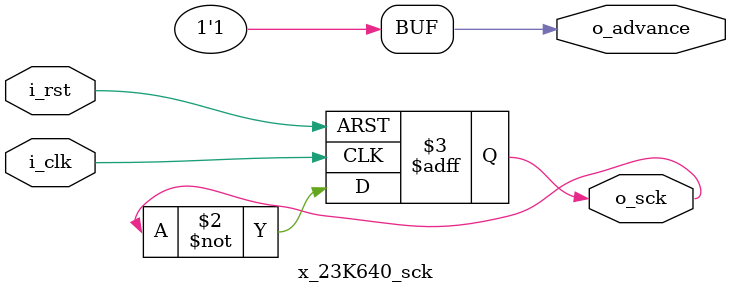
<source format=sv>
module x_23K640_sck(
   input    logic          i_clk,
   input    logic          i_rst, 
   output   logic          o_advance,
   output   logic          o_sck
);

   assign o_advance = 1'b1;
    
   always_ff@(posedge i_clk or posedge i_rst) begin
      if(i_rst)   o_sck <= 'd0;
      else        o_sck <= ~o_sck;
   end   

endmodule

</source>
